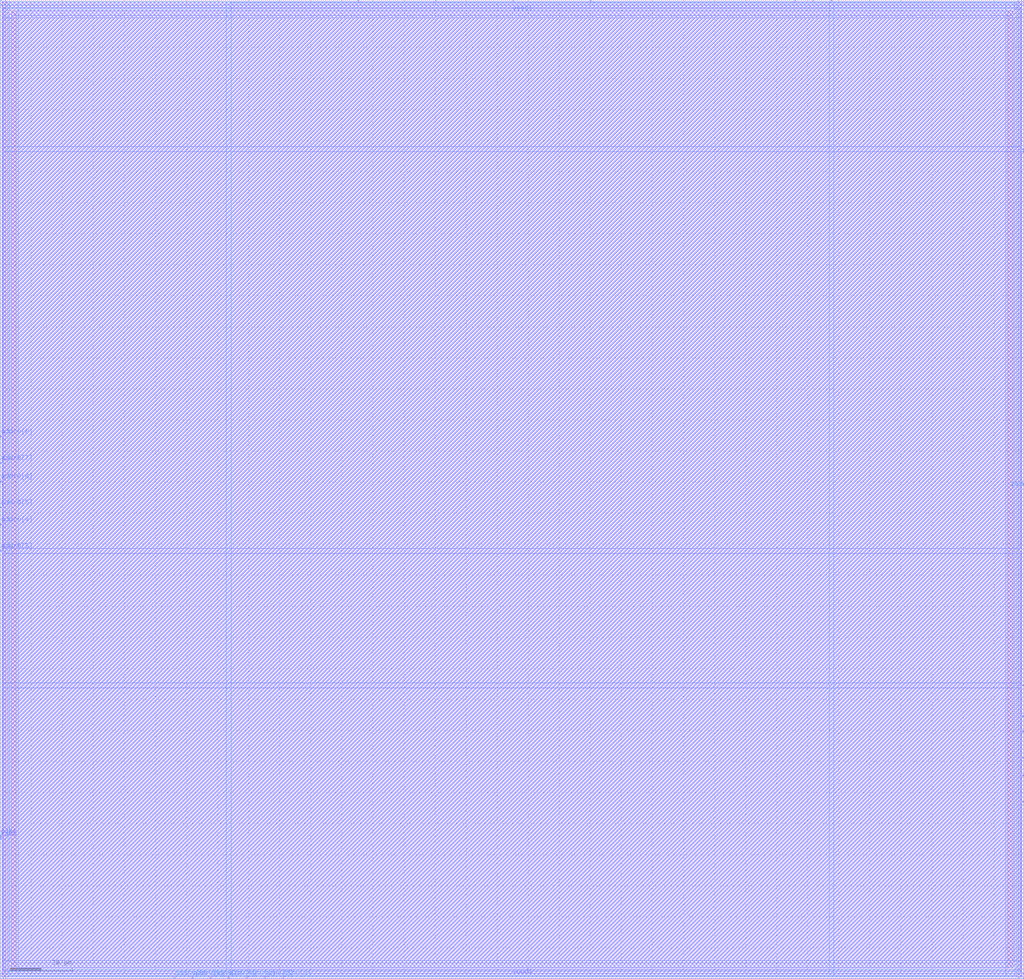
<source format=lef>
VERSION 5.4 ;
NAMESCASESENSITIVE ON ;
BUSBITCHARS "[]" ;
DIVIDERCHAR "/" ;

MACRO sky130_sram_1r1w0rw_4x512
   CLASS BLOCK ;
   SIZE 329.58 BY 315.37 ;
   SYMMETRY X Y R90 ;
   PIN din0[0]
      DIRECTION INPUT ;
      PORT
         LAYER met4 ;
         RECT  73.44 0.0 73.82 0.38 ;
      END
   END din0[0]
   PIN din0[1]
      DIRECTION INPUT ;
      PORT
         LAYER met4 ;
         RECT  79.28 0.0 79.66 0.38 ;
      END
   END din0[1]
   PIN din0[2]
      DIRECTION INPUT ;
      PORT
         LAYER met4 ;
         RECT  85.12 0.0 85.5 0.38 ;
      END
   END din0[2]
   PIN din0[3]
      DIRECTION INPUT ;
      PORT
         LAYER met4 ;
         RECT  90.96 0.0 91.34 0.38 ;
      END
   END din0[3]
   PIN addr0[0]
      DIRECTION INPUT ;
      PORT
         LAYER met4 ;
         RECT  55.92 0.0 56.3 0.38 ;
      END
   END addr0[0]
   PIN addr0[1]
      DIRECTION INPUT ;
      PORT
         LAYER met4 ;
         RECT  61.76 0.0 62.14 0.38 ;
      END
   END addr0[1]
   PIN addr0[2]
      DIRECTION INPUT ;
      PORT
         LAYER met4 ;
         RECT  67.6 0.0 67.98 0.38 ;
      END
   END addr0[2]
   PIN addr0[3]
      DIRECTION INPUT ;
      PORT
         LAYER met3 ;
         RECT  0.0 137.67 0.38 138.05 ;
      END
   END addr0[3]
   PIN addr0[4]
      DIRECTION INPUT ;
      PORT
         LAYER met3 ;
         RECT  0.0 146.17 0.38 146.55 ;
      END
   END addr0[4]
   PIN addr0[5]
      DIRECTION INPUT ;
      PORT
         LAYER met3 ;
         RECT  0.0 151.585 0.38 151.965 ;
      END
   END addr0[5]
   PIN addr0[6]
      DIRECTION INPUT ;
      PORT
         LAYER met3 ;
         RECT  0.0 159.985 0.38 160.365 ;
      END
   END addr0[6]
   PIN addr0[7]
      DIRECTION INPUT ;
      PORT
         LAYER met3 ;
         RECT  0.0 165.95 0.38 166.33 ;
      END
   END addr0[7]
   PIN addr0[8]
      DIRECTION INPUT ;
      PORT
         LAYER met3 ;
         RECT  0.0 174.45 0.38 174.83 ;
      END
   END addr0[8]
   PIN addr1[0]
      DIRECTION INPUT ;
      PORT
         LAYER met4 ;
         RECT  267.44 314.99 267.82 315.37 ;
      END
   END addr1[0]
   PIN addr1[1]
      DIRECTION INPUT ;
      PORT
         LAYER met4 ;
         RECT  261.6 314.99 261.98 315.37 ;
      END
   END addr1[1]
   PIN addr1[2]
      DIRECTION INPUT ;
      PORT
         LAYER met4 ;
         RECT  255.76 314.99 256.14 315.37 ;
      END
   END addr1[2]
   PIN addr1[3]
      DIRECTION INPUT ;
      PORT
         LAYER met3 ;
         RECT  329.2 94.275 329.58 94.655 ;
      END
   END addr1[3]
   PIN addr1[4]
      DIRECTION INPUT ;
      PORT
         LAYER met3 ;
         RECT  329.2 84.385 329.58 84.765 ;
      END
   END addr1[4]
   PIN addr1[5]
      DIRECTION INPUT ;
      PORT
         LAYER met3 ;
         RECT  329.2 79.49 329.58 79.87 ;
      END
   END addr1[5]
   PIN addr1[6]
      DIRECTION INPUT ;
      PORT
         LAYER met3 ;
         RECT  329.2 70.99 329.58 71.37 ;
      END
   END addr1[6]
   PIN addr1[7]
      DIRECTION INPUT ;
      PORT
         LAYER met3 ;
         RECT  329.2 65.35 329.58 65.73 ;
      END
   END addr1[7]
   PIN addr1[8]
      DIRECTION INPUT ;
      PORT
         LAYER met3 ;
         RECT  329.2 56.85 329.58 57.23 ;
      END
   END addr1[8]
   PIN csb0
      DIRECTION INPUT ;
      PORT
         LAYER met3 ;
         RECT  0.0 44.96 0.38 45.34 ;
      END
   END csb0
   PIN csb1
      DIRECTION INPUT ;
      PORT
         LAYER met3 ;
         RECT  329.2 267.02 329.58 267.4 ;
      END
   END csb1
   PIN clk0
      DIRECTION INPUT ;
      PORT
         LAYER met3 ;
         RECT  0.0 45.705 0.38 46.085 ;
      END
   END clk0
   PIN clk1
      DIRECTION INPUT ;
      PORT
         LAYER met3 ;
         RECT  329.2 266.275 329.58 266.655 ;
      END
   END clk1
   PIN dout1[0]
      DIRECTION OUTPUT ;
      PORT
         LAYER met4 ;
         RECT  115.105 314.99 115.485 315.37 ;
      END
   END dout1[0]
   PIN dout1[1]
      DIRECTION OUTPUT ;
      PORT
         LAYER met4 ;
         RECT  140.065 314.99 140.445 315.37 ;
      END
   END dout1[1]
   PIN dout1[2]
      DIRECTION OUTPUT ;
      PORT
         LAYER met4 ;
         RECT  165.025 314.99 165.405 315.37 ;
      END
   END dout1[2]
   PIN dout1[3]
      DIRECTION OUTPUT ;
      PORT
         LAYER met4 ;
         RECT  189.985 314.99 190.365 315.37 ;
      END
   END dout1[3]
   PIN vccd1
      DIRECTION INOUT ;
      USE POWER ; 
      SHAPE ABUTMENT ; 
      PORT
         LAYER met3 ;
         RECT  0.0 313.63 329.58 315.37 ;
         LAYER met4 ;
         RECT  0.0 0.0 1.74 315.37 ;
         LAYER met3 ;
         RECT  0.0 0.0 329.58 1.74 ;
         LAYER met4 ;
         RECT  327.84 0.0 329.58 315.37 ;
      END
   END vccd1
   PIN vssd1
      DIRECTION INOUT ;
      USE GROUND ; 
      SHAPE ABUTMENT ; 
      PORT
         LAYER met4 ;
         RECT  3.48 3.48 5.22 311.89 ;
         LAYER met3 ;
         RECT  3.48 3.48 326.1 5.22 ;
         LAYER met3 ;
         RECT  3.48 310.15 326.1 311.89 ;
         LAYER met4 ;
         RECT  324.36 3.48 326.1 311.89 ;
      END
   END vssd1
   OBS
   LAYER  met1 ;
      RECT  0.62 0.62 328.96 314.75 ;
   LAYER  met2 ;
      RECT  0.62 0.62 328.96 314.75 ;
   LAYER  met3 ;
      RECT  0.98 137.07 328.96 138.65 ;
      RECT  0.62 138.65 0.98 145.57 ;
      RECT  0.62 147.15 0.98 150.985 ;
      RECT  0.62 152.565 0.98 159.385 ;
      RECT  0.62 160.965 0.98 165.35 ;
      RECT  0.62 166.93 0.98 173.85 ;
      RECT  0.98 93.675 328.6 95.255 ;
      RECT  0.98 95.255 328.6 137.07 ;
      RECT  328.6 95.255 328.96 137.07 ;
      RECT  328.6 85.365 328.96 93.675 ;
      RECT  328.6 80.47 328.96 83.785 ;
      RECT  328.6 71.97 328.96 78.89 ;
      RECT  328.6 66.33 328.96 70.39 ;
      RECT  328.6 57.83 328.96 64.75 ;
      RECT  0.98 138.65 328.6 266.42 ;
      RECT  0.98 266.42 328.6 268.0 ;
      RECT  0.62 46.685 0.98 137.07 ;
      RECT  328.6 138.65 328.96 265.675 ;
      RECT  0.62 175.43 0.98 313.03 ;
      RECT  328.6 268.0 328.96 313.03 ;
      RECT  328.6 2.34 328.96 56.25 ;
      RECT  0.62 2.34 0.98 44.36 ;
      RECT  0.98 2.34 2.88 2.88 ;
      RECT  0.98 2.88 2.88 5.82 ;
      RECT  0.98 5.82 2.88 93.675 ;
      RECT  2.88 2.34 326.7 2.88 ;
      RECT  2.88 5.82 326.7 93.675 ;
      RECT  326.7 2.34 328.6 2.88 ;
      RECT  326.7 2.88 328.6 5.82 ;
      RECT  326.7 5.82 328.6 93.675 ;
      RECT  0.98 268.0 2.88 309.55 ;
      RECT  0.98 309.55 2.88 312.49 ;
      RECT  0.98 312.49 2.88 313.03 ;
      RECT  2.88 268.0 326.7 309.55 ;
      RECT  2.88 312.49 326.7 313.03 ;
      RECT  326.7 268.0 328.6 309.55 ;
      RECT  326.7 309.55 328.6 312.49 ;
      RECT  326.7 312.49 328.6 313.03 ;
   LAYER  met4 ;
      RECT  72.84 0.98 74.42 314.75 ;
      RECT  74.42 0.62 78.68 0.98 ;
      RECT  80.26 0.62 84.52 0.98 ;
      RECT  86.1 0.62 90.36 0.98 ;
      RECT  56.9 0.62 61.16 0.98 ;
      RECT  62.74 0.62 67.0 0.98 ;
      RECT  68.58 0.62 72.84 0.98 ;
      RECT  74.42 0.98 266.84 314.39 ;
      RECT  266.84 0.98 268.42 314.39 ;
      RECT  262.58 314.39 266.84 314.75 ;
      RECT  256.74 314.39 261.0 314.75 ;
      RECT  74.42 314.39 114.505 314.75 ;
      RECT  116.085 314.39 139.465 314.75 ;
      RECT  141.045 314.39 164.425 314.75 ;
      RECT  166.005 314.39 189.385 314.75 ;
      RECT  190.965 314.39 255.16 314.75 ;
      RECT  2.34 0.62 55.32 0.98 ;
      RECT  91.94 0.62 327.24 0.98 ;
      RECT  268.42 314.39 327.24 314.75 ;
      RECT  2.34 0.98 2.88 2.88 ;
      RECT  2.34 2.88 2.88 312.49 ;
      RECT  2.34 312.49 2.88 314.75 ;
      RECT  2.88 0.98 5.82 2.88 ;
      RECT  2.88 312.49 5.82 314.75 ;
      RECT  5.82 0.98 72.84 2.88 ;
      RECT  5.82 2.88 72.84 312.49 ;
      RECT  5.82 312.49 72.84 314.75 ;
      RECT  268.42 0.98 323.76 2.88 ;
      RECT  268.42 2.88 323.76 312.49 ;
      RECT  268.42 312.49 323.76 314.39 ;
      RECT  323.76 0.98 326.7 2.88 ;
      RECT  323.76 312.49 326.7 314.39 ;
      RECT  326.7 0.98 327.24 2.88 ;
      RECT  326.7 2.88 327.24 312.49 ;
      RECT  326.7 312.49 327.24 314.39 ;
   END
END    sky130_sram_1r1w0rw_4x512
END    LIBRARY

</source>
